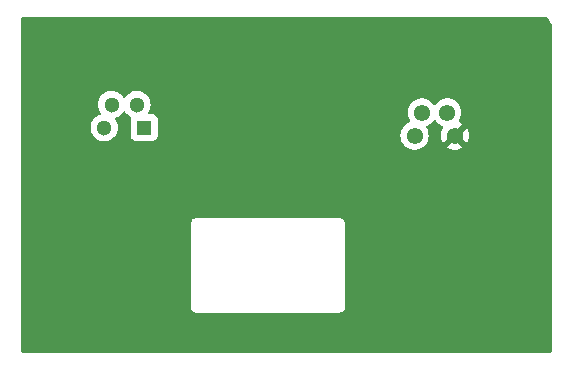
<source format=gbr>
%TF.GenerationSoftware,KiCad,Pcbnew,7.0.10*%
%TF.CreationDate,2024-12-20T17:15:42-05:00*%
%TF.ProjectId,accessory_peripheral,61636365-7373-46f7-9279-5f7065726970,rev?*%
%TF.SameCoordinates,Original*%
%TF.FileFunction,Copper,L2,Bot*%
%TF.FilePolarity,Positive*%
%FSLAX46Y46*%
G04 Gerber Fmt 4.6, Leading zero omitted, Abs format (unit mm)*
G04 Created by KiCad (PCBNEW 7.0.10) date 2024-12-20 17:15:42*
%MOMM*%
%LPD*%
G01*
G04 APERTURE LIST*
%TA.AperFunction,ComponentPad*%
%ADD10C,1.381000*%
%TD*%
%TA.AperFunction,ComponentPad*%
%ADD11R,1.300000X1.300000*%
%TD*%
%TA.AperFunction,ComponentPad*%
%ADD12C,1.300000*%
%TD*%
G04 APERTURE END LIST*
D10*
%TO.P,J3,1,Pin_1*%
%TO.N,5v_usb*%
X71393000Y-43098000D03*
%TO.P,J3,2,Pin_2*%
%TO.N,usb_d-*%
X72018000Y-41148000D03*
%TO.P,J3,3,Pin_3*%
%TO.N,usb_gnd*%
X74793000Y-43098000D03*
%TO.P,J3,4,Pin_4*%
%TO.N,usb_d+*%
X74168000Y-41148000D03*
%TD*%
D11*
%TO.P,J2,1,Pin_1*%
%TO.N,Rx+*%
X48514000Y-42418000D03*
D12*
%TO.P,J2,2,Pin_2*%
%TO.N,Rx-*%
X47889000Y-40468000D03*
%TO.P,J2,3,Pin_3*%
%TO.N,Tx+*%
X45114000Y-42418000D03*
%TO.P,J2,4,Pin_4*%
%TO.N,Tx-*%
X45739000Y-40468000D03*
%TD*%
%TA.AperFunction,Conductor*%
%TO.N,usb_gnd*%
G36*
X82545210Y-33040185D02*
G01*
X82584369Y-33080486D01*
X82989401Y-33752471D01*
X83007200Y-33816479D01*
X83007200Y-61343500D01*
X82987515Y-61410539D01*
X82934711Y-61456294D01*
X82883200Y-61467500D01*
X38224500Y-61467500D01*
X38157461Y-61447815D01*
X38111706Y-61395011D01*
X38100500Y-61343500D01*
X38100500Y-57635811D01*
X52438800Y-57635811D01*
X52465152Y-57751264D01*
X52516528Y-57857948D01*
X52516530Y-57857951D01*
X52516531Y-57857952D01*
X52590364Y-57950536D01*
X52682948Y-58024369D01*
X52682951Y-58024371D01*
X52789635Y-58075747D01*
X52789637Y-58075747D01*
X52789640Y-58075749D01*
X52905090Y-58102100D01*
X65023510Y-58102100D01*
X65138960Y-58075749D01*
X65245652Y-58024369D01*
X65338236Y-57950536D01*
X65412069Y-57857952D01*
X65427071Y-57826801D01*
X65463447Y-57751264D01*
X65463446Y-57751264D01*
X65463449Y-57751260D01*
X65489800Y-57635810D01*
X65489800Y-57576600D01*
X65489800Y-57568315D01*
X65489800Y-50571528D01*
X65489800Y-50517390D01*
X65463449Y-50401940D01*
X65463447Y-50401935D01*
X65412071Y-50295251D01*
X65379197Y-50254028D01*
X65338236Y-50202664D01*
X65245652Y-50128831D01*
X65245651Y-50128830D01*
X65245648Y-50128828D01*
X65138964Y-50077452D01*
X65138965Y-50077452D01*
X65023511Y-50051100D01*
X65023510Y-50051100D01*
X64969372Y-50051100D01*
X52972585Y-50051100D01*
X52964300Y-50051100D01*
X52905090Y-50051100D01*
X52905088Y-50051100D01*
X52789635Y-50077452D01*
X52682951Y-50128828D01*
X52590364Y-50202664D01*
X52516528Y-50295251D01*
X52465152Y-50401935D01*
X52438800Y-50517388D01*
X52438800Y-57635811D01*
X38100500Y-57635811D01*
X38100500Y-42418000D01*
X43958571Y-42418000D01*
X43978244Y-42630310D01*
X44036596Y-42835392D01*
X44036596Y-42835394D01*
X44131632Y-43026253D01*
X44244326Y-43175482D01*
X44260128Y-43196407D01*
X44417698Y-43340052D01*
X44598981Y-43452298D01*
X44797802Y-43529321D01*
X45007390Y-43568500D01*
X45007392Y-43568500D01*
X45220608Y-43568500D01*
X45220610Y-43568500D01*
X45430198Y-43529321D01*
X45629019Y-43452298D01*
X45810302Y-43340052D01*
X45967872Y-43196407D01*
X46096366Y-43026255D01*
X46170035Y-42878307D01*
X46191403Y-42835394D01*
X46191403Y-42835393D01*
X46191405Y-42835389D01*
X46249756Y-42630310D01*
X46269429Y-42418000D01*
X46249756Y-42205690D01*
X46191405Y-42000611D01*
X46191403Y-42000606D01*
X46191403Y-42000605D01*
X46096367Y-41809746D01*
X46051378Y-41750172D01*
X46026686Y-41684811D01*
X46041251Y-41616476D01*
X46090448Y-41566864D01*
X46105526Y-41559823D01*
X46254019Y-41502298D01*
X46435302Y-41390052D01*
X46592872Y-41246407D01*
X46715046Y-41084624D01*
X46771155Y-41042988D01*
X46840867Y-41038297D01*
X46902049Y-41072039D01*
X46912954Y-41084624D01*
X47035128Y-41246407D01*
X47192698Y-41390052D01*
X47319674Y-41468672D01*
X47332185Y-41476419D01*
X47378820Y-41528447D01*
X47389924Y-41597429D01*
X47383089Y-41625179D01*
X47369908Y-41660517D01*
X47363501Y-41720116D01*
X47363501Y-41720123D01*
X47363500Y-41720135D01*
X47363500Y-43115870D01*
X47363501Y-43115876D01*
X47369908Y-43175483D01*
X47420202Y-43310328D01*
X47420206Y-43310335D01*
X47506452Y-43425544D01*
X47506455Y-43425547D01*
X47621664Y-43511793D01*
X47621671Y-43511797D01*
X47756517Y-43562091D01*
X47756516Y-43562091D01*
X47763444Y-43562835D01*
X47816127Y-43568500D01*
X49211872Y-43568499D01*
X49271483Y-43562091D01*
X49406331Y-43511796D01*
X49521546Y-43425546D01*
X49607796Y-43310331D01*
X49658091Y-43175483D01*
X49664500Y-43115873D01*
X49664500Y-43098000D01*
X70196898Y-43098000D01*
X70217263Y-43317778D01*
X70217263Y-43317780D01*
X70217264Y-43317783D01*
X70277615Y-43529896D01*
X70277669Y-43530085D01*
X70376054Y-43727667D01*
X70509071Y-43903811D01*
X70649395Y-44031731D01*
X70672188Y-44052510D01*
X70859851Y-44168707D01*
X71065671Y-44248442D01*
X71282638Y-44289000D01*
X71282640Y-44289000D01*
X71503360Y-44289000D01*
X71503362Y-44289000D01*
X71720329Y-44248442D01*
X71926149Y-44168707D01*
X72113812Y-44052510D01*
X72276930Y-43903809D01*
X72409946Y-43727667D01*
X72508332Y-43530082D01*
X72568736Y-43317783D01*
X72589102Y-43098000D01*
X72568736Y-42878217D01*
X72508332Y-42665918D01*
X72490601Y-42630310D01*
X72409949Y-42468338D01*
X72409944Y-42468330D01*
X72395017Y-42448564D01*
X72370325Y-42383203D01*
X72384890Y-42314868D01*
X72434087Y-42265256D01*
X72449168Y-42258214D01*
X72551149Y-42218707D01*
X72738812Y-42102510D01*
X72901930Y-41953809D01*
X72994046Y-41831828D01*
X73050155Y-41790191D01*
X73119867Y-41785500D01*
X73181049Y-41819242D01*
X73191954Y-41831828D01*
X73284068Y-41953807D01*
X73284070Y-41953810D01*
X73365172Y-42027743D01*
X73447188Y-42102510D01*
X73634851Y-42218707D01*
X73737306Y-42258398D01*
X73792707Y-42300971D01*
X73816298Y-42366738D01*
X73800587Y-42434818D01*
X73791468Y-42448749D01*
X73776481Y-42468595D01*
X73678140Y-42666088D01*
X73678134Y-42666103D01*
X73617757Y-42878307D01*
X73617756Y-42878309D01*
X73597400Y-43097999D01*
X73597400Y-43098000D01*
X73617756Y-43317690D01*
X73617757Y-43317692D01*
X73678134Y-43529896D01*
X73678140Y-43529911D01*
X73776480Y-43727402D01*
X73790921Y-43746525D01*
X74373195Y-43164250D01*
X74383762Y-43230969D01*
X74444882Y-43350923D01*
X74540077Y-43446118D01*
X74660031Y-43507238D01*
X74726747Y-43517804D01*
X74146572Y-44097978D01*
X74260074Y-44168256D01*
X74260075Y-44168257D01*
X74465811Y-44247958D01*
X74682686Y-44288500D01*
X74903314Y-44288500D01*
X75120188Y-44247958D01*
X75120189Y-44247958D01*
X75325931Y-44168253D01*
X75439425Y-44097979D01*
X75439425Y-44097978D01*
X74859252Y-43517804D01*
X74925969Y-43507238D01*
X75045923Y-43446118D01*
X75141118Y-43350923D01*
X75202238Y-43230969D01*
X75212804Y-43164252D01*
X75795077Y-43746525D01*
X75809519Y-43727402D01*
X75809520Y-43727399D01*
X75907859Y-43529911D01*
X75907865Y-43529896D01*
X75968242Y-43317692D01*
X75968243Y-43317690D01*
X75988600Y-43098000D01*
X75988600Y-43097999D01*
X75968243Y-42878309D01*
X75968242Y-42878307D01*
X75907865Y-42666103D01*
X75907859Y-42666088D01*
X75809523Y-42468603D01*
X75809518Y-42468595D01*
X75795078Y-42449474D01*
X75212804Y-43031747D01*
X75202238Y-42965031D01*
X75141118Y-42845077D01*
X75045923Y-42749882D01*
X74925969Y-42688762D01*
X74859251Y-42678194D01*
X75439426Y-42098020D01*
X75325926Y-42027743D01*
X75325915Y-42027738D01*
X75223864Y-41988203D01*
X75168462Y-41945631D01*
X75144872Y-41879864D01*
X75160583Y-41811783D01*
X75169705Y-41797849D01*
X75175488Y-41790191D01*
X75184946Y-41777667D01*
X75283332Y-41580082D01*
X75343736Y-41367783D01*
X75364102Y-41148000D01*
X75343736Y-40928217D01*
X75283332Y-40715918D01*
X75184946Y-40518333D01*
X75051930Y-40342191D01*
X75051928Y-40342188D01*
X74888813Y-40193491D01*
X74888812Y-40193490D01*
X74701149Y-40077293D01*
X74701148Y-40077292D01*
X74550653Y-40018990D01*
X74495329Y-39997558D01*
X74278362Y-39957000D01*
X74057638Y-39957000D01*
X73840671Y-39997558D01*
X73840668Y-39997558D01*
X73840668Y-39997559D01*
X73634851Y-40077292D01*
X73634850Y-40077293D01*
X73447186Y-40193491D01*
X73284071Y-40342189D01*
X73191954Y-40464172D01*
X73135845Y-40505808D01*
X73066133Y-40510499D01*
X73004951Y-40476757D01*
X72994046Y-40464172D01*
X72901928Y-40342189D01*
X72738813Y-40193491D01*
X72738812Y-40193490D01*
X72551149Y-40077293D01*
X72551148Y-40077292D01*
X72400653Y-40018990D01*
X72345329Y-39997558D01*
X72128362Y-39957000D01*
X71907638Y-39957000D01*
X71690671Y-39997558D01*
X71690668Y-39997558D01*
X71690668Y-39997559D01*
X71484851Y-40077292D01*
X71484850Y-40077293D01*
X71297186Y-40193491D01*
X71134071Y-40342188D01*
X71001054Y-40518332D01*
X70902669Y-40715914D01*
X70842263Y-40928221D01*
X70821898Y-41147999D01*
X70821898Y-41148000D01*
X70842263Y-41367778D01*
X70842263Y-41367780D01*
X70842264Y-41367783D01*
X70902668Y-41580082D01*
X70902669Y-41580085D01*
X71001050Y-41777661D01*
X71001055Y-41777669D01*
X71015982Y-41797435D01*
X71040674Y-41862796D01*
X71026109Y-41931131D01*
X70976911Y-41980744D01*
X70961822Y-41987788D01*
X70859860Y-42027288D01*
X70859850Y-42027293D01*
X70672186Y-42143491D01*
X70509071Y-42292188D01*
X70376054Y-42468332D01*
X70277669Y-42665914D01*
X70217263Y-42878221D01*
X70196898Y-43097999D01*
X70196898Y-43098000D01*
X49664500Y-43098000D01*
X49664499Y-41720128D01*
X49659299Y-41671757D01*
X49658091Y-41660516D01*
X49607797Y-41525671D01*
X49607793Y-41525664D01*
X49521547Y-41410455D01*
X49521544Y-41410452D01*
X49406335Y-41324206D01*
X49406328Y-41324202D01*
X49271482Y-41273908D01*
X49271483Y-41273908D01*
X49211883Y-41267501D01*
X49211881Y-41267500D01*
X49211873Y-41267500D01*
X49211865Y-41267500D01*
X48975575Y-41267500D01*
X48908536Y-41247815D01*
X48862781Y-41195011D01*
X48852837Y-41125853D01*
X48868968Y-41081465D01*
X48868811Y-41081387D01*
X48869498Y-41080007D01*
X48870145Y-41078227D01*
X48871359Y-41076263D01*
X48871366Y-41076255D01*
X48918885Y-40980822D01*
X48966403Y-40885394D01*
X48966403Y-40885393D01*
X48966405Y-40885389D01*
X49024756Y-40680310D01*
X49044429Y-40468000D01*
X49024756Y-40255690D01*
X48966405Y-40050611D01*
X48966403Y-40050606D01*
X48966403Y-40050605D01*
X48871367Y-39859746D01*
X48742872Y-39689593D01*
X48585302Y-39545948D01*
X48404019Y-39433702D01*
X48404017Y-39433701D01*
X48304608Y-39395190D01*
X48205198Y-39356679D01*
X47995610Y-39317500D01*
X47782390Y-39317500D01*
X47572802Y-39356679D01*
X47572799Y-39356679D01*
X47572799Y-39356680D01*
X47373982Y-39433701D01*
X47373980Y-39433702D01*
X47192699Y-39545947D01*
X47035127Y-39689593D01*
X46912954Y-39851375D01*
X46856844Y-39893011D01*
X46787132Y-39897702D01*
X46725951Y-39863960D01*
X46715046Y-39851375D01*
X46592872Y-39689593D01*
X46435302Y-39545948D01*
X46254019Y-39433702D01*
X46254017Y-39433701D01*
X46154608Y-39395190D01*
X46055198Y-39356679D01*
X45845610Y-39317500D01*
X45632390Y-39317500D01*
X45422802Y-39356679D01*
X45422799Y-39356679D01*
X45422799Y-39356680D01*
X45223982Y-39433701D01*
X45223980Y-39433702D01*
X45042699Y-39545947D01*
X44885127Y-39689593D01*
X44756632Y-39859746D01*
X44661596Y-40050605D01*
X44661596Y-40050607D01*
X44603244Y-40255689D01*
X44583571Y-40467999D01*
X44583571Y-40468000D01*
X44603244Y-40680310D01*
X44661596Y-40885392D01*
X44661596Y-40885394D01*
X44756632Y-41076253D01*
X44801621Y-41135827D01*
X44826313Y-41201188D01*
X44811748Y-41269523D01*
X44762551Y-41319135D01*
X44747461Y-41326181D01*
X44598982Y-41383701D01*
X44598980Y-41383702D01*
X44417699Y-41495947D01*
X44260127Y-41639593D01*
X44131632Y-41809746D01*
X44036596Y-42000605D01*
X44036596Y-42000607D01*
X43978244Y-42205689D01*
X43958571Y-42417999D01*
X43958571Y-42418000D01*
X38100500Y-42418000D01*
X38100500Y-33144500D01*
X38120185Y-33077461D01*
X38172989Y-33031706D01*
X38224500Y-33020500D01*
X82478171Y-33020500D01*
X82545210Y-33040185D01*
G37*
%TD.AperFunction*%
%TD*%
M02*

</source>
